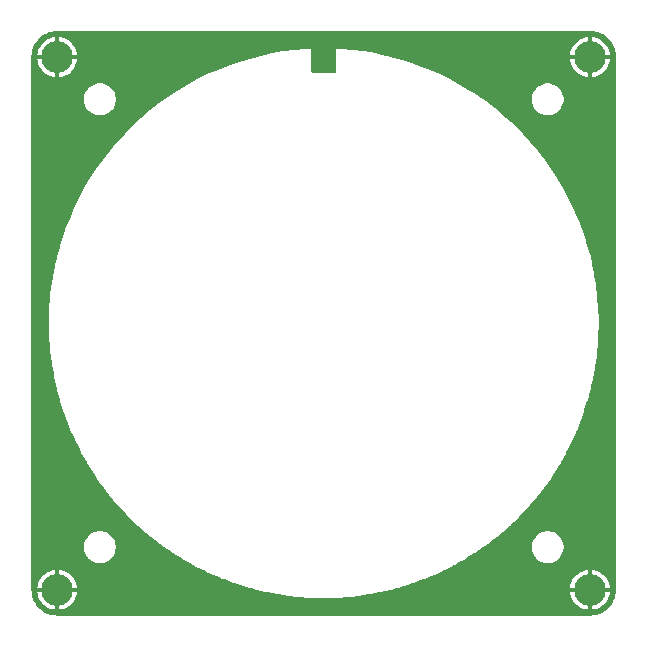
<source format=gbr>
%TF.GenerationSoftware,KiCad,Pcbnew,9.0.5-9.0.5~ubuntu24.04.1*%
%TF.CreationDate,2025-10-31T15:17:15+08:00*%
%TF.ProjectId,TPS,5450532e-6b69-4636-9164-5f7063625858,rev?*%
%TF.SameCoordinates,Original*%
%TF.FileFunction,Copper,L1,Top*%
%TF.FilePolarity,Positive*%
%FSLAX46Y46*%
G04 Gerber Fmt 4.6, Leading zero omitted, Abs format (unit mm)*
G04 Created by KiCad (PCBNEW 9.0.5-9.0.5~ubuntu24.04.1) date 2025-10-31 15:17:15*
%MOMM*%
%LPD*%
G01*
G04 APERTURE LIST*
%TA.AperFunction,ComponentPad*%
%ADD10C,2.700000*%
%TD*%
G04 APERTURE END LIST*
D10*
%TO.P,H10,1,1*%
%TO.N,GND*%
X85775000Y-57886000D03*
%TD*%
%TO.P,H9,1,1*%
%TO.N,GND*%
X40661000Y-103000000D03*
%TD*%
%TO.P,H8,1,1*%
%TO.N,GND*%
X40661000Y-57886000D03*
%TD*%
%TO.P,H11,1,1*%
%TO.N,GND*%
X85775000Y-103000000D03*
%TD*%
%TA.AperFunction,Conductor*%
%TO.N,GND*%
G36*
X85778736Y-55686726D02*
G01*
X86011068Y-55700779D01*
X86019729Y-55701611D01*
X86071126Y-55708377D01*
X86077239Y-55709339D01*
X86279220Y-55746353D01*
X86288960Y-55748547D01*
X86332404Y-55760187D01*
X86337176Y-55761569D01*
X86540605Y-55824961D01*
X86551158Y-55828782D01*
X86578927Y-55840284D01*
X86582340Y-55841757D01*
X86790319Y-55935360D01*
X86803575Y-55942318D01*
X86889020Y-55993971D01*
X87018045Y-56071970D01*
X87030356Y-56080468D01*
X87175739Y-56194368D01*
X87227636Y-56235027D01*
X87238844Y-56244957D01*
X87416042Y-56422155D01*
X87425972Y-56433363D01*
X87454257Y-56469466D01*
X87560549Y-56605138D01*
X87580527Y-56630637D01*
X87589033Y-56642960D01*
X87718680Y-56857422D01*
X87725639Y-56870681D01*
X87819229Y-57078632D01*
X87820714Y-57082071D01*
X87832216Y-57109840D01*
X87836040Y-57120401D01*
X87899421Y-57323795D01*
X87900811Y-57328594D01*
X87912451Y-57372038D01*
X87914645Y-57381778D01*
X87951655Y-57583735D01*
X87952625Y-57589902D01*
X87959385Y-57641249D01*
X87960220Y-57649946D01*
X87974274Y-57882263D01*
X87974500Y-57889751D01*
X87974500Y-102996248D01*
X87974274Y-103003736D01*
X87960220Y-103236052D01*
X87959385Y-103244749D01*
X87952625Y-103296096D01*
X87951655Y-103302263D01*
X87914645Y-103504220D01*
X87912451Y-103513960D01*
X87900811Y-103557404D01*
X87899421Y-103562203D01*
X87836040Y-103765597D01*
X87832216Y-103776158D01*
X87820714Y-103803927D01*
X87819229Y-103807366D01*
X87725639Y-104015317D01*
X87718680Y-104028576D01*
X87589033Y-104243039D01*
X87580527Y-104255362D01*
X87425972Y-104452636D01*
X87416042Y-104463844D01*
X87238844Y-104641042D01*
X87227636Y-104650972D01*
X87030362Y-104805527D01*
X87018039Y-104814033D01*
X86803576Y-104943680D01*
X86790317Y-104950639D01*
X86582366Y-105044229D01*
X86578927Y-105045714D01*
X86551158Y-105057216D01*
X86540597Y-105061040D01*
X86337203Y-105124421D01*
X86332404Y-105125811D01*
X86288960Y-105137451D01*
X86279220Y-105139645D01*
X86077263Y-105176655D01*
X86071096Y-105177625D01*
X86019749Y-105184385D01*
X86011052Y-105185220D01*
X85787202Y-105198761D01*
X85778735Y-105199274D01*
X85771249Y-105199500D01*
X40664751Y-105199500D01*
X40657264Y-105199274D01*
X40647971Y-105198711D01*
X40424946Y-105185220D01*
X40416249Y-105184385D01*
X40364902Y-105177625D01*
X40358735Y-105176655D01*
X40156778Y-105139645D01*
X40147038Y-105137451D01*
X40103594Y-105125811D01*
X40098795Y-105124421D01*
X39895401Y-105061040D01*
X39884840Y-105057216D01*
X39857071Y-105045714D01*
X39853632Y-105044229D01*
X39645681Y-104950639D01*
X39632422Y-104943680D01*
X39417960Y-104814033D01*
X39405637Y-104805527D01*
X39208363Y-104650972D01*
X39197155Y-104641042D01*
X39019957Y-104463844D01*
X39010027Y-104452636D01*
X38875456Y-104280869D01*
X38855468Y-104255356D01*
X38846970Y-104243045D01*
X38744122Y-104072914D01*
X38717318Y-104028575D01*
X38710359Y-104015316D01*
X38616757Y-103807340D01*
X38615284Y-103803927D01*
X38603782Y-103776158D01*
X38599958Y-103765597D01*
X38596189Y-103753502D01*
X38536569Y-103562176D01*
X38535187Y-103557404D01*
X38523547Y-103513960D01*
X38521353Y-103504220D01*
X38484339Y-103302239D01*
X38483377Y-103296126D01*
X38476611Y-103244729D01*
X38475779Y-103236065D01*
X38461726Y-103003736D01*
X38461500Y-102996249D01*
X38461500Y-102825000D01*
X38969370Y-102825000D01*
X39575006Y-102825000D01*
X39561000Y-102913428D01*
X39561000Y-103086572D01*
X39575006Y-103175000D01*
X38969370Y-103175000D01*
X38990085Y-103332354D01*
X38990088Y-103332367D01*
X39047763Y-103547618D01*
X39133045Y-103753502D01*
X39133054Y-103753520D01*
X39244464Y-103946491D01*
X39244466Y-103946495D01*
X39380130Y-104123293D01*
X39380138Y-104123302D01*
X39537698Y-104280862D01*
X39537706Y-104280869D01*
X39714504Y-104416533D01*
X39714508Y-104416535D01*
X39907479Y-104527945D01*
X39907497Y-104527954D01*
X40113381Y-104613236D01*
X40328632Y-104670911D01*
X40328645Y-104670914D01*
X40486000Y-104691629D01*
X40486000Y-104085994D01*
X40574428Y-104100000D01*
X40747572Y-104100000D01*
X40836000Y-104085994D01*
X40836000Y-104691628D01*
X40993354Y-104670914D01*
X40993367Y-104670911D01*
X41208618Y-104613236D01*
X41414502Y-104527954D01*
X41414520Y-104527945D01*
X41607491Y-104416535D01*
X41607495Y-104416533D01*
X41784293Y-104280869D01*
X41784302Y-104280862D01*
X41941862Y-104123302D01*
X41941869Y-104123293D01*
X42077533Y-103946495D01*
X42077535Y-103946491D01*
X42188945Y-103753520D01*
X42188954Y-103753502D01*
X42274236Y-103547618D01*
X42331911Y-103332367D01*
X42331914Y-103332354D01*
X42352630Y-103175000D01*
X41746994Y-103175000D01*
X41761000Y-103086572D01*
X41761000Y-102913428D01*
X41746994Y-102825000D01*
X42352629Y-102825000D01*
X42331914Y-102667645D01*
X42331911Y-102667632D01*
X42274236Y-102452381D01*
X42188954Y-102246497D01*
X42188945Y-102246479D01*
X42077535Y-102053508D01*
X42077533Y-102053504D01*
X41941869Y-101876706D01*
X41941862Y-101876698D01*
X41784302Y-101719138D01*
X41784293Y-101719130D01*
X41607495Y-101583466D01*
X41607491Y-101583464D01*
X41414520Y-101472054D01*
X41414502Y-101472045D01*
X41208618Y-101386763D01*
X40993367Y-101329088D01*
X40993356Y-101329086D01*
X40836000Y-101308368D01*
X40836000Y-101914005D01*
X40747572Y-101900000D01*
X40574428Y-101900000D01*
X40486000Y-101914005D01*
X40486000Y-101308368D01*
X40485999Y-101308368D01*
X40328643Y-101329086D01*
X40328632Y-101329088D01*
X40113381Y-101386763D01*
X39907497Y-101472045D01*
X39907479Y-101472054D01*
X39714508Y-101583464D01*
X39714504Y-101583466D01*
X39537706Y-101719130D01*
X39380130Y-101876706D01*
X39244466Y-102053504D01*
X39244464Y-102053508D01*
X39133054Y-102246479D01*
X39133045Y-102246497D01*
X39047763Y-102452381D01*
X38990088Y-102667632D01*
X38990085Y-102667645D01*
X38969370Y-102825000D01*
X38461500Y-102825000D01*
X38461500Y-99293713D01*
X42910500Y-99293713D01*
X42910500Y-99506286D01*
X42935871Y-99666476D01*
X42943754Y-99716243D01*
X42997329Y-99881130D01*
X43009444Y-99918414D01*
X43105951Y-100107820D01*
X43230890Y-100279786D01*
X43381213Y-100430109D01*
X43553179Y-100555048D01*
X43553181Y-100555049D01*
X43553184Y-100555051D01*
X43742588Y-100651557D01*
X43944757Y-100717246D01*
X44154713Y-100750500D01*
X44154714Y-100750500D01*
X44367286Y-100750500D01*
X44367287Y-100750500D01*
X44577243Y-100717246D01*
X44779412Y-100651557D01*
X44968816Y-100555051D01*
X45113610Y-100449853D01*
X45140786Y-100430109D01*
X45140788Y-100430106D01*
X45140792Y-100430104D01*
X45291104Y-100279792D01*
X45291106Y-100279788D01*
X45291109Y-100279786D01*
X45416048Y-100107820D01*
X45416047Y-100107820D01*
X45416051Y-100107816D01*
X45512557Y-99918412D01*
X45578246Y-99716243D01*
X45611500Y-99506287D01*
X45611500Y-99293713D01*
X45578246Y-99083757D01*
X45512557Y-98881588D01*
X45416051Y-98692184D01*
X45416049Y-98692181D01*
X45416048Y-98692179D01*
X45291109Y-98520213D01*
X45140786Y-98369890D01*
X44968820Y-98244951D01*
X44779414Y-98148444D01*
X44779413Y-98148443D01*
X44779412Y-98148443D01*
X44577243Y-98082754D01*
X44577241Y-98082753D01*
X44577240Y-98082753D01*
X44415957Y-98057208D01*
X44367287Y-98049500D01*
X44154713Y-98049500D01*
X44106042Y-98057208D01*
X43944760Y-98082753D01*
X43742585Y-98148444D01*
X43553179Y-98244951D01*
X43381213Y-98369890D01*
X43230890Y-98520213D01*
X43105951Y-98692179D01*
X43009444Y-98881585D01*
X42943753Y-99083760D01*
X42910500Y-99293713D01*
X38461500Y-99293713D01*
X38461500Y-80242948D01*
X39951635Y-80242948D01*
X39952479Y-80312280D01*
X39952488Y-80313549D01*
X39953753Y-80968268D01*
X39963024Y-81182655D01*
X39963108Y-81184603D01*
X39963416Y-81209860D01*
X39967413Y-81284169D01*
X39967445Y-81284893D01*
X39995255Y-81928008D01*
X40013718Y-82145988D01*
X40013980Y-82149782D01*
X40015362Y-82175448D01*
X40022768Y-82252928D01*
X40022888Y-82254260D01*
X40076338Y-82885254D01*
X40104298Y-83106359D01*
X40104538Y-83108256D01*
X40107386Y-83138048D01*
X40118620Y-83219614D01*
X40118706Y-83220291D01*
X40196861Y-83838333D01*
X40234614Y-84062189D01*
X40235175Y-84065850D01*
X40237488Y-84082639D01*
X40239328Y-84096002D01*
X40251305Y-84162409D01*
X40254429Y-84179727D01*
X40254664Y-84181075D01*
X40356616Y-84785609D01*
X40404444Y-85011821D01*
X40404830Y-85013647D01*
X40410958Y-85047624D01*
X40430340Y-85134300D01*
X40430480Y-85134961D01*
X40430480Y-85134962D01*
X40555337Y-85725501D01*
X40613486Y-85953569D01*
X40614341Y-85957142D01*
X40621979Y-85991299D01*
X40645493Y-86079140D01*
X40645866Y-86080568D01*
X40792683Y-86656393D01*
X40861396Y-86885877D01*
X40861397Y-86885877D01*
X40861922Y-86887630D01*
X40872033Y-86925401D01*
X40900167Y-87015356D01*
X40900385Y-87016083D01*
X41068241Y-87576672D01*
X41147749Y-87807130D01*
X41148875Y-87810553D01*
X41160683Y-87848305D01*
X41193032Y-87938409D01*
X41193545Y-87939866D01*
X41381555Y-88484813D01*
X41472039Y-88715698D01*
X41472701Y-88717387D01*
X41487429Y-88758410D01*
X41524536Y-88849654D01*
X41524835Y-88850417D01*
X41524851Y-88850458D01*
X41732080Y-89379237D01*
X41833736Y-89610095D01*
X41835115Y-89613351D01*
X41851716Y-89654171D01*
X41893016Y-89744748D01*
X41893676Y-89746220D01*
X42119225Y-90258437D01*
X42232229Y-90488789D01*
X42233002Y-90490365D01*
X42252896Y-90533994D01*
X42298960Y-90624819D01*
X42299339Y-90625590D01*
X42299353Y-90625619D01*
X42542331Y-91120912D01*
X42666787Y-91350163D01*
X42668399Y-91353234D01*
X42690291Y-91396397D01*
X42740399Y-91485783D01*
X42741211Y-91487256D01*
X43000664Y-91965170D01*
X43000670Y-91965181D01*
X43137536Y-92194210D01*
X43137573Y-92194271D01*
X43163146Y-92239889D01*
X43218027Y-92328902D01*
X43218457Y-92329621D01*
X43493466Y-92789815D01*
X43641150Y-93015263D01*
X43642973Y-93018131D01*
X43663827Y-93051953D01*
X43670639Y-93063001D01*
X43729294Y-93149839D01*
X43730230Y-93151246D01*
X44019883Y-93593414D01*
X44179278Y-93816111D01*
X44180281Y-93817512D01*
X44211895Y-93864316D01*
X44275052Y-93949921D01*
X44275553Y-93950621D01*
X44275601Y-93950687D01*
X44435873Y-94174608D01*
X44579012Y-94374591D01*
X44750198Y-94594024D01*
X44752200Y-94596663D01*
X44785979Y-94642448D01*
X44852597Y-94725304D01*
X44853656Y-94726641D01*
X45025704Y-94947179D01*
X45169908Y-95132026D01*
X45352864Y-95347575D01*
X45353921Y-95348821D01*
X45391899Y-95396055D01*
X45462870Y-95477178D01*
X45463057Y-95477398D01*
X45463445Y-95477855D01*
X45791569Y-95864433D01*
X45986241Y-96075472D01*
X45988423Y-96077901D01*
X46028610Y-96123837D01*
X46102573Y-96201607D01*
X46103864Y-96202985D01*
X46442917Y-96570544D01*
X46649300Y-96776529D01*
X46650429Y-96777656D01*
X46695009Y-96824530D01*
X46773038Y-96900029D01*
X46773686Y-96900675D01*
X46773687Y-96900677D01*
X47122865Y-97249181D01*
X47122872Y-97249187D01*
X47340892Y-97449520D01*
X47343177Y-97451676D01*
X47389948Y-97496930D01*
X47470445Y-97568585D01*
X47471896Y-97569898D01*
X47475749Y-97573438D01*
X47830249Y-97899180D01*
X48059769Y-98093233D01*
X48060981Y-98094258D01*
X48112226Y-98139874D01*
X48196418Y-98208767D01*
X48197161Y-98209395D01*
X48563851Y-98519422D01*
X48804851Y-98706685D01*
X48807157Y-98708524D01*
X48860596Y-98752252D01*
X48946866Y-98817052D01*
X48948256Y-98818115D01*
X49322428Y-99108856D01*
X49575877Y-99289524D01*
X49633764Y-99333005D01*
X49723262Y-99394584D01*
X50104688Y-99666479D01*
X50367952Y-99838211D01*
X50370471Y-99839899D01*
X50430384Y-99881123D01*
X50430393Y-99881128D01*
X50430395Y-99881130D01*
X50521320Y-99938275D01*
X50522980Y-99939338D01*
X50909297Y-100191340D01*
X51015549Y-100254557D01*
X51184695Y-100355195D01*
X51249113Y-100395681D01*
X51342835Y-100449285D01*
X51343754Y-100449832D01*
X51343790Y-100449853D01*
X51520596Y-100555048D01*
X51734882Y-100682543D01*
X52019642Y-100836423D01*
X52022058Y-100837766D01*
X52088504Y-100875770D01*
X52183129Y-100924789D01*
X52184913Y-100925732D01*
X52580025Y-101139245D01*
X52580042Y-101139254D01*
X52875023Y-101283257D01*
X52876346Y-101283903D01*
X52947119Y-101320566D01*
X53044162Y-101365827D01*
X53443324Y-101560689D01*
X53748404Y-101694324D01*
X53750939Y-101695470D01*
X53823474Y-101729301D01*
X53920776Y-101769850D01*
X53922659Y-101770655D01*
X54323269Y-101946136D01*
X54639339Y-102069300D01*
X54716055Y-102101271D01*
X54815305Y-102137870D01*
X55218373Y-102294935D01*
X55542480Y-102406054D01*
X55545077Y-102406977D01*
X55623322Y-102435831D01*
X55722352Y-102467741D01*
X55724210Y-102468359D01*
X56127111Y-102606492D01*
X56461501Y-102705915D01*
X56543706Y-102732404D01*
X56644040Y-102760188D01*
X57047934Y-102880277D01*
X57389529Y-102966669D01*
X57392107Y-102967352D01*
X57475618Y-102990479D01*
X57475622Y-102990480D01*
X57475626Y-102990481D01*
X57500418Y-102996249D01*
X57575078Y-103013619D01*
X57577307Y-103014160D01*
X57979273Y-103115821D01*
X57979289Y-103115825D01*
X58182605Y-103158401D01*
X58330275Y-103189325D01*
X58417449Y-103209608D01*
X58517927Y-103228622D01*
X58814191Y-103290663D01*
X58840274Y-103296126D01*
X58919539Y-103312725D01*
X59276875Y-103372279D01*
X59279361Y-103372721D01*
X59367571Y-103389415D01*
X59466761Y-103403946D01*
X59468868Y-103404276D01*
X59867132Y-103470652D01*
X60232869Y-103516184D01*
X60324344Y-103529587D01*
X60423953Y-103539973D01*
X60820435Y-103589334D01*
X61191487Y-103620042D01*
X61193999Y-103620277D01*
X61248390Y-103625949D01*
X61286120Y-103629885D01*
X61319491Y-103631967D01*
X61383854Y-103635985D01*
X61386085Y-103636147D01*
X61737267Y-103665211D01*
X61777823Y-103668568D01*
X61815387Y-103670119D01*
X62156198Y-103684198D01*
X62251222Y-103690131D01*
X62349022Y-103692163D01*
X62679139Y-103705800D01*
X62737662Y-103708218D01*
X63120160Y-103708218D01*
X63122736Y-103708244D01*
X63218000Y-103710225D01*
X63313263Y-103708244D01*
X63315840Y-103708218D01*
X63698338Y-103708218D01*
X63754438Y-103705900D01*
X64086996Y-103692162D01*
X64184778Y-103690131D01*
X64279810Y-103684197D01*
X64640285Y-103669307D01*
X64658176Y-103668568D01*
X64677455Y-103666972D01*
X65049928Y-103636146D01*
X65052131Y-103635986D01*
X65120448Y-103631721D01*
X65149879Y-103629885D01*
X65176967Y-103627059D01*
X65242017Y-103620276D01*
X65244496Y-103620043D01*
X65615565Y-103589334D01*
X66012039Y-103539974D01*
X66111656Y-103529587D01*
X66203151Y-103516182D01*
X66568868Y-103470652D01*
X66967161Y-103404271D01*
X66969207Y-103403951D01*
X67068429Y-103389415D01*
X67156632Y-103372722D01*
X67159129Y-103372278D01*
X67516461Y-103312725D01*
X67918080Y-103228620D01*
X68018551Y-103209608D01*
X68105722Y-103189325D01*
X68374187Y-103133106D01*
X68456710Y-103115825D01*
X68456720Y-103115822D01*
X68456727Y-103115821D01*
X68858762Y-103014142D01*
X68860761Y-103013656D01*
X68960382Y-102990479D01*
X69043936Y-102967340D01*
X69046426Y-102966680D01*
X69388066Y-102880277D01*
X69573978Y-102825000D01*
X84083370Y-102825000D01*
X84689006Y-102825000D01*
X84675000Y-102913428D01*
X84675000Y-103086572D01*
X84689006Y-103175000D01*
X84083370Y-103175000D01*
X84104085Y-103332354D01*
X84104088Y-103332367D01*
X84161763Y-103547618D01*
X84247045Y-103753502D01*
X84247054Y-103753520D01*
X84358464Y-103946491D01*
X84358466Y-103946495D01*
X84494130Y-104123293D01*
X84494138Y-104123302D01*
X84651698Y-104280862D01*
X84651706Y-104280869D01*
X84828504Y-104416533D01*
X84828508Y-104416535D01*
X85021479Y-104527945D01*
X85021497Y-104527954D01*
X85227381Y-104613236D01*
X85442632Y-104670911D01*
X85442645Y-104670914D01*
X85600000Y-104691629D01*
X85600000Y-104085994D01*
X85688428Y-104100000D01*
X85861572Y-104100000D01*
X85950000Y-104085994D01*
X85950000Y-104691628D01*
X86107354Y-104670914D01*
X86107367Y-104670911D01*
X86322618Y-104613236D01*
X86528502Y-104527954D01*
X86528520Y-104527945D01*
X86721491Y-104416535D01*
X86721495Y-104416533D01*
X86898293Y-104280869D01*
X86898302Y-104280862D01*
X87055862Y-104123302D01*
X87055869Y-104123293D01*
X87191533Y-103946495D01*
X87191535Y-103946491D01*
X87302945Y-103753520D01*
X87302954Y-103753502D01*
X87388236Y-103547618D01*
X87445911Y-103332367D01*
X87445914Y-103332354D01*
X87466630Y-103175000D01*
X86860994Y-103175000D01*
X86875000Y-103086572D01*
X86875000Y-102913428D01*
X86860994Y-102825000D01*
X87466629Y-102825000D01*
X87445914Y-102667645D01*
X87445911Y-102667632D01*
X87388236Y-102452381D01*
X87302954Y-102246497D01*
X87302945Y-102246479D01*
X87191535Y-102053508D01*
X87191533Y-102053504D01*
X87055869Y-101876706D01*
X87055862Y-101876698D01*
X86898302Y-101719138D01*
X86898293Y-101719130D01*
X86721495Y-101583466D01*
X86721491Y-101583464D01*
X86528520Y-101472054D01*
X86528502Y-101472045D01*
X86322618Y-101386763D01*
X86107367Y-101329088D01*
X86107356Y-101329086D01*
X85950000Y-101308368D01*
X85950000Y-101914005D01*
X85861572Y-101900000D01*
X85688428Y-101900000D01*
X85600000Y-101914005D01*
X85600000Y-101308368D01*
X85599999Y-101308368D01*
X85442643Y-101329086D01*
X85442632Y-101329088D01*
X85227381Y-101386763D01*
X85021497Y-101472045D01*
X85021479Y-101472054D01*
X84828508Y-101583464D01*
X84828504Y-101583466D01*
X84651706Y-101719130D01*
X84494130Y-101876706D01*
X84358466Y-102053504D01*
X84358464Y-102053508D01*
X84247054Y-102246479D01*
X84247045Y-102246497D01*
X84161763Y-102452381D01*
X84104088Y-102667632D01*
X84104085Y-102667645D01*
X84083370Y-102825000D01*
X69573978Y-102825000D01*
X69790896Y-102760504D01*
X69792891Y-102759931D01*
X69892294Y-102732404D01*
X69973196Y-102706334D01*
X69975764Y-102705538D01*
X70308889Y-102606492D01*
X70712744Y-102468031D01*
X70812678Y-102435831D01*
X70892182Y-102406512D01*
X71217627Y-102294935D01*
X71619739Y-102138241D01*
X71621658Y-102137514D01*
X71719945Y-102101271D01*
X71795449Y-102069805D01*
X71797911Y-102068812D01*
X72112731Y-101946136D01*
X72514304Y-101770232D01*
X72612526Y-101729301D01*
X72686281Y-101694900D01*
X72992676Y-101560689D01*
X73390938Y-101366265D01*
X73392714Y-101365418D01*
X73488881Y-101320566D01*
X73558408Y-101284547D01*
X73560933Y-101283278D01*
X73855962Y-101139252D01*
X73855965Y-101139250D01*
X73855976Y-101139245D01*
X73989165Y-101067270D01*
X74251991Y-100925244D01*
X74347496Y-100875770D01*
X74415127Y-100837087D01*
X74701118Y-100682543D01*
X75092332Y-100449779D01*
X75093910Y-100448858D01*
X75186887Y-100395681D01*
X75250125Y-100355936D01*
X75252504Y-100354481D01*
X75526704Y-100191339D01*
X75913884Y-99938774D01*
X76005605Y-99881130D01*
X76066770Y-99839044D01*
X76331312Y-99666479D01*
X76712113Y-99395029D01*
X76713431Y-99394107D01*
X76802236Y-99333005D01*
X76854545Y-99293713D01*
X80824500Y-99293713D01*
X80824500Y-99506286D01*
X80849871Y-99666476D01*
X80857754Y-99716243D01*
X80911329Y-99881130D01*
X80923444Y-99918414D01*
X81019951Y-100107820D01*
X81144890Y-100279786D01*
X81295213Y-100430109D01*
X81467179Y-100555048D01*
X81467181Y-100555049D01*
X81467184Y-100555051D01*
X81656588Y-100651557D01*
X81858757Y-100717246D01*
X82068713Y-100750500D01*
X82068714Y-100750500D01*
X82281286Y-100750500D01*
X82281287Y-100750500D01*
X82491243Y-100717246D01*
X82693412Y-100651557D01*
X82882816Y-100555051D01*
X83027610Y-100449853D01*
X83054786Y-100430109D01*
X83054788Y-100430106D01*
X83054792Y-100430104D01*
X83205104Y-100279792D01*
X83205106Y-100279788D01*
X83205109Y-100279786D01*
X83330048Y-100107820D01*
X83330047Y-100107820D01*
X83330051Y-100107816D01*
X83426557Y-99918412D01*
X83492246Y-99716243D01*
X83525500Y-99506287D01*
X83525500Y-99293713D01*
X83492246Y-99083757D01*
X83426557Y-98881588D01*
X83330051Y-98692184D01*
X83330049Y-98692181D01*
X83330048Y-98692179D01*
X83205109Y-98520213D01*
X83054786Y-98369890D01*
X82882820Y-98244951D01*
X82693414Y-98148444D01*
X82693413Y-98148443D01*
X82693412Y-98148443D01*
X82491243Y-98082754D01*
X82491241Y-98082753D01*
X82491240Y-98082753D01*
X82329957Y-98057208D01*
X82281287Y-98049500D01*
X82068713Y-98049500D01*
X82020042Y-98057208D01*
X81858760Y-98082753D01*
X81656585Y-98148444D01*
X81467179Y-98244951D01*
X81295213Y-98369890D01*
X81144890Y-98520213D01*
X81019951Y-98692179D01*
X80923444Y-98881585D01*
X80857753Y-99083760D01*
X80824500Y-99293713D01*
X76854545Y-99293713D01*
X76858957Y-99290399D01*
X76861368Y-99288635D01*
X77113572Y-99108856D01*
X77487849Y-98818032D01*
X77489084Y-98817089D01*
X77575404Y-98752252D01*
X77628901Y-98708476D01*
X77631077Y-98706740D01*
X77872149Y-98519422D01*
X78239623Y-98208731D01*
X78323774Y-98139874D01*
X78375001Y-98094273D01*
X78605751Y-97899180D01*
X78964234Y-97569777D01*
X78965412Y-97568712D01*
X79046052Y-97496930D01*
X79092893Y-97451607D01*
X79095068Y-97449556D01*
X79313128Y-97249187D01*
X79662989Y-96900000D01*
X79740991Y-96824530D01*
X79785537Y-96777688D01*
X79993075Y-96570552D01*
X80332288Y-96202819D01*
X80333342Y-96201694D01*
X80407391Y-96123835D01*
X80447651Y-96077816D01*
X80449687Y-96075550D01*
X80644432Y-95864432D01*
X80973178Y-95477120D01*
X81044101Y-95396055D01*
X81082078Y-95348821D01*
X81266090Y-95132028D01*
X81582456Y-94726496D01*
X81583324Y-94725400D01*
X81650021Y-94642448D01*
X81683862Y-94596578D01*
X81685749Y-94594092D01*
X81856988Y-94374591D01*
X82160937Y-93949933D01*
X82224105Y-93864316D01*
X82255722Y-93817506D01*
X82416120Y-93593410D01*
X82705982Y-93150921D01*
X82706570Y-93150038D01*
X82765361Y-93063001D01*
X82793060Y-93018075D01*
X82794794Y-93015346D01*
X82942533Y-92789817D01*
X83217998Y-92328858D01*
X83272854Y-92239889D01*
X83298427Y-92194271D01*
X83435330Y-91965181D01*
X83694832Y-91487172D01*
X83695547Y-91485876D01*
X83745707Y-91396401D01*
X83767660Y-91353114D01*
X83769143Y-91350290D01*
X83893671Y-91120908D01*
X84137012Y-90624870D01*
X84183104Y-90533994D01*
X84202997Y-90490365D01*
X84316774Y-90258438D01*
X84542397Y-89746051D01*
X84542917Y-89744891D01*
X84584290Y-89654157D01*
X84600905Y-89613300D01*
X84602227Y-89610178D01*
X84703919Y-89379238D01*
X84911451Y-88849682D01*
X84948571Y-88758410D01*
X84963301Y-88717380D01*
X85054446Y-88484809D01*
X85242548Y-87939593D01*
X85242887Y-87938632D01*
X85275318Y-87848301D01*
X85287135Y-87810516D01*
X85288222Y-87807207D01*
X85367758Y-87576675D01*
X85535869Y-87015232D01*
X85563967Y-86925401D01*
X85574073Y-86887643D01*
X85643320Y-86656382D01*
X85790197Y-86080312D01*
X85790443Y-86079372D01*
X85814019Y-85991304D01*
X85821670Y-85957089D01*
X85822488Y-85953664D01*
X85880663Y-85725500D01*
X86005682Y-85134191D01*
X86025042Y-85047624D01*
X86031170Y-85013642D01*
X86079382Y-84785616D01*
X86181383Y-84180793D01*
X86181530Y-84179948D01*
X86196673Y-84095991D01*
X86200831Y-84065800D01*
X86201369Y-84062287D01*
X86239139Y-83838330D01*
X86317389Y-83219531D01*
X86328614Y-83138048D01*
X86331461Y-83108256D01*
X86359661Y-82885258D01*
X86413120Y-82254126D01*
X86413210Y-82253131D01*
X86420637Y-82175450D01*
X86420638Y-82175443D01*
X86421234Y-82164338D01*
X86422019Y-82149749D01*
X86422280Y-82145989D01*
X86440743Y-81928028D01*
X86446064Y-81804969D01*
X86468586Y-81284149D01*
X86472584Y-81209860D01*
X86472891Y-81184603D01*
X86482247Y-80968257D01*
X86483511Y-80313302D01*
X86483517Y-80312521D01*
X86484365Y-80242946D01*
X86483746Y-80221905D01*
X86483695Y-80218208D01*
X86484102Y-80007596D01*
X86457865Y-79341286D01*
X86455959Y-79276377D01*
X86454504Y-79255918D01*
X86446305Y-79047678D01*
X86391676Y-78371710D01*
X86391595Y-78370636D01*
X86387416Y-78311823D01*
X86385602Y-78295765D01*
X86385222Y-78291844D01*
X86368920Y-78090130D01*
X86368919Y-78090124D01*
X86284873Y-77404228D01*
X86278854Y-77350950D01*
X86276440Y-77335407D01*
X86252080Y-77136606D01*
X86137742Y-76442293D01*
X86137655Y-76441752D01*
X86130460Y-76395417D01*
X86128255Y-76384291D01*
X86127549Y-76380398D01*
X86095983Y-76188711D01*
X85950255Y-75486061D01*
X85942491Y-75446876D01*
X85939940Y-75436330D01*
X85900895Y-75248065D01*
X85722922Y-74538601D01*
X85722801Y-74538112D01*
X85715272Y-74506964D01*
X85713505Y-74500789D01*
X85712473Y-74496948D01*
X85667150Y-74316274D01*
X85455709Y-73600074D01*
X85449194Y-73577306D01*
X85447322Y-73571663D01*
X85446741Y-73569695D01*
X85395143Y-73394923D01*
X85149399Y-72673610D01*
X85149142Y-72672843D01*
X85144720Y-72659513D01*
X85144718Y-72659506D01*
X85144210Y-72658165D01*
X85142807Y-72654260D01*
X85085350Y-72485607D01*
X84804046Y-71759571D01*
X84804046Y-71759570D01*
X84803897Y-71759186D01*
X84802369Y-71755149D01*
X84801980Y-71754239D01*
X84801227Y-71752294D01*
X84801210Y-71752252D01*
X84738272Y-71589810D01*
X84354526Y-70709122D01*
X83934756Y-69845024D01*
X83934753Y-69845019D01*
X83934748Y-69845008D01*
X83479690Y-68999003D01*
X83235181Y-68586236D01*
X82990071Y-68172454D01*
X82466766Y-67366834D01*
X81910655Y-66583500D01*
X81322686Y-65823785D01*
X81013823Y-65457038D01*
X80703862Y-65088986D01*
X80055244Y-64380364D01*
X80055237Y-64380356D01*
X79377916Y-63699100D01*
X78673055Y-63046380D01*
X77941853Y-62423310D01*
X77407028Y-62004414D01*
X77185552Y-61830945D01*
X76691016Y-61475534D01*
X76557686Y-61379713D01*
X80824500Y-61379713D01*
X80824500Y-61592286D01*
X80857753Y-61802239D01*
X80923444Y-62004414D01*
X81019951Y-62193820D01*
X81144890Y-62365786D01*
X81295213Y-62516109D01*
X81467179Y-62641048D01*
X81467181Y-62641049D01*
X81467184Y-62641051D01*
X81656588Y-62737557D01*
X81858757Y-62803246D01*
X82068713Y-62836500D01*
X82068714Y-62836500D01*
X82281286Y-62836500D01*
X82281287Y-62836500D01*
X82491243Y-62803246D01*
X82693412Y-62737557D01*
X82882816Y-62641051D01*
X82904789Y-62625086D01*
X83054786Y-62516109D01*
X83054788Y-62516106D01*
X83054792Y-62516104D01*
X83205104Y-62365792D01*
X83205106Y-62365788D01*
X83205109Y-62365786D01*
X83330048Y-62193820D01*
X83330047Y-62193820D01*
X83330051Y-62193816D01*
X83426557Y-62004412D01*
X83492246Y-61802243D01*
X83525500Y-61592287D01*
X83525500Y-61379713D01*
X83492246Y-61169757D01*
X83426557Y-60967588D01*
X83330051Y-60778184D01*
X83330049Y-60778181D01*
X83330048Y-60778179D01*
X83205109Y-60606213D01*
X83054786Y-60455890D01*
X82882820Y-60330951D01*
X82693414Y-60234444D01*
X82693413Y-60234443D01*
X82693412Y-60234443D01*
X82491243Y-60168754D01*
X82491241Y-60168753D01*
X82491240Y-60168753D01*
X82329957Y-60143208D01*
X82281287Y-60135500D01*
X82068713Y-60135500D01*
X82020042Y-60143208D01*
X81858760Y-60168753D01*
X81656585Y-60234444D01*
X81467179Y-60330951D01*
X81295213Y-60455890D01*
X81144890Y-60606213D01*
X81019951Y-60778179D01*
X80923444Y-60967585D01*
X80857753Y-61169760D01*
X80824500Y-61379713D01*
X76557686Y-61379713D01*
X76405458Y-61270310D01*
X75945281Y-60967588D01*
X75602891Y-60742350D01*
X74779201Y-60247958D01*
X73935817Y-59787989D01*
X73074161Y-59363217D01*
X72195712Y-58974376D01*
X71301956Y-58622121D01*
X70394437Y-58307059D01*
X69841075Y-58140202D01*
X69474693Y-58029725D01*
X69474690Y-58029724D01*
X69474676Y-58029720D01*
X68544254Y-57790580D01*
X68544244Y-57790578D01*
X68544233Y-57790575D01*
X68171425Y-57711000D01*
X84083370Y-57711000D01*
X84689006Y-57711000D01*
X84675000Y-57799428D01*
X84675000Y-57972572D01*
X84689006Y-58061000D01*
X84083370Y-58061000D01*
X84104085Y-58218354D01*
X84104088Y-58218367D01*
X84161763Y-58433618D01*
X84247045Y-58639502D01*
X84247054Y-58639520D01*
X84358464Y-58832491D01*
X84358466Y-58832495D01*
X84494130Y-59009293D01*
X84494138Y-59009302D01*
X84651698Y-59166862D01*
X84651706Y-59166869D01*
X84828504Y-59302533D01*
X84828508Y-59302535D01*
X85021479Y-59413945D01*
X85021497Y-59413954D01*
X85227381Y-59499236D01*
X85442632Y-59556911D01*
X85442645Y-59556914D01*
X85600000Y-59577629D01*
X85600000Y-58971994D01*
X85688428Y-58986000D01*
X85861572Y-58986000D01*
X85950000Y-58971994D01*
X85950000Y-59577628D01*
X86107354Y-59556914D01*
X86107367Y-59556911D01*
X86322618Y-59499236D01*
X86528502Y-59413954D01*
X86528520Y-59413945D01*
X86721491Y-59302535D01*
X86721495Y-59302533D01*
X86898293Y-59166869D01*
X86898302Y-59166862D01*
X87055862Y-59009302D01*
X87055869Y-59009293D01*
X87191533Y-58832495D01*
X87191535Y-58832491D01*
X87302945Y-58639520D01*
X87302954Y-58639502D01*
X87388236Y-58433618D01*
X87445911Y-58218367D01*
X87445914Y-58218354D01*
X87466630Y-58061000D01*
X86860994Y-58061000D01*
X86875000Y-57972572D01*
X86875000Y-57799428D01*
X86860994Y-57711000D01*
X87466629Y-57711000D01*
X87445914Y-57553645D01*
X87445911Y-57553632D01*
X87388236Y-57338381D01*
X87302954Y-57132497D01*
X87302945Y-57132479D01*
X87191535Y-56939508D01*
X87191533Y-56939504D01*
X87055869Y-56762706D01*
X87055862Y-56762698D01*
X86898302Y-56605138D01*
X86898293Y-56605130D01*
X86721495Y-56469466D01*
X86721491Y-56469464D01*
X86528520Y-56358054D01*
X86528502Y-56358045D01*
X86322618Y-56272763D01*
X86107367Y-56215088D01*
X86107356Y-56215086D01*
X85950000Y-56194368D01*
X85950000Y-56800005D01*
X85861572Y-56786000D01*
X85688428Y-56786000D01*
X85600000Y-56800005D01*
X85600000Y-56194368D01*
X85599999Y-56194368D01*
X85442643Y-56215086D01*
X85442632Y-56215088D01*
X85227381Y-56272763D01*
X85021497Y-56358045D01*
X85021479Y-56358054D01*
X84828508Y-56469464D01*
X84828504Y-56469466D01*
X84651706Y-56605130D01*
X84494130Y-56762706D01*
X84358466Y-56939504D01*
X84358464Y-56939508D01*
X84247054Y-57132479D01*
X84247045Y-57132497D01*
X84161763Y-57338381D01*
X84104088Y-57553632D01*
X84104085Y-57553645D01*
X84083370Y-57711000D01*
X68171425Y-57711000D01*
X67604756Y-57590046D01*
X66657786Y-57428461D01*
X65704938Y-57306097D01*
X64747873Y-57223168D01*
X64289976Y-57202491D01*
X64289971Y-57202491D01*
X64268214Y-57201507D01*
X64268207Y-57201500D01*
X64268056Y-57201500D01*
X64267525Y-57201476D01*
X64267524Y-57201478D01*
X64267523Y-57201478D01*
X64267509Y-57201783D01*
X64267500Y-57201793D01*
X64267500Y-57201988D01*
X64267478Y-57202477D01*
X64267479Y-57202477D01*
X64267375Y-57204742D01*
X64267375Y-57204766D01*
X64265959Y-57236229D01*
X64267500Y-57252236D01*
X64267500Y-59118500D01*
X64247815Y-59185539D01*
X64195011Y-59231294D01*
X64143500Y-59242500D01*
X62292500Y-59242500D01*
X62225461Y-59222815D01*
X62179706Y-59170011D01*
X62168500Y-59118500D01*
X62168500Y-57202477D01*
X62168522Y-57202477D01*
X62168500Y-57201988D01*
X62168500Y-57201793D01*
X62168500Y-57201498D01*
X62168474Y-57201475D01*
X62167922Y-57201500D01*
X62167793Y-57201500D01*
X62167786Y-57201506D01*
X62147704Y-57202415D01*
X62147702Y-57202414D01*
X62147696Y-57202416D01*
X61688125Y-57223168D01*
X60731061Y-57306097D01*
X59778213Y-57428461D01*
X58831243Y-57590046D01*
X57891766Y-57790575D01*
X57891749Y-57790579D01*
X57891746Y-57790580D01*
X56961324Y-58029720D01*
X56961315Y-58029722D01*
X56961306Y-58029725D01*
X56041562Y-58307059D01*
X55134043Y-58622121D01*
X54240287Y-58974376D01*
X53361838Y-59363217D01*
X52500182Y-59787989D01*
X51656798Y-60247958D01*
X50833108Y-60742350D01*
X50030546Y-61270307D01*
X49250447Y-61830945D01*
X48494146Y-62423310D01*
X47762955Y-63046371D01*
X47058078Y-63699105D01*
X46380755Y-64380364D01*
X45732137Y-65088986D01*
X45113321Y-65823776D01*
X44525347Y-66583497D01*
X43969234Y-67366833D01*
X43445929Y-68172454D01*
X42956309Y-68999003D01*
X42501251Y-69845008D01*
X42081470Y-70709130D01*
X41697726Y-71589813D01*
X41634768Y-71752303D01*
X41634000Y-71754283D01*
X41633631Y-71755149D01*
X41632198Y-71758932D01*
X41631985Y-71759484D01*
X41631939Y-71759606D01*
X41350655Y-72485593D01*
X41293179Y-72654297D01*
X41291780Y-72658189D01*
X41291279Y-72659513D01*
X41286853Y-72672852D01*
X41286538Y-72673789D01*
X41040855Y-73394923D01*
X40989260Y-73569682D01*
X40989261Y-73569683D01*
X40988663Y-73571707D01*
X40986806Y-73577306D01*
X40980336Y-73599910D01*
X40980144Y-73600562D01*
X40980126Y-73600627D01*
X40768846Y-74316289D01*
X40723549Y-74496857D01*
X40722494Y-74500789D01*
X40720726Y-74506969D01*
X40713238Y-74537941D01*
X40712984Y-74538972D01*
X40535107Y-75248056D01*
X40496476Y-75434316D01*
X40496057Y-75436334D01*
X40493509Y-75446876D01*
X40485743Y-75486061D01*
X40485608Y-75486716D01*
X40340018Y-76188700D01*
X40308453Y-76380375D01*
X40307739Y-76384311D01*
X40305542Y-76395401D01*
X40298387Y-76441472D01*
X40298208Y-76442588D01*
X40183919Y-77136610D01*
X40159805Y-77333401D01*
X40159805Y-77333402D01*
X40159557Y-77335423D01*
X40157146Y-77350950D01*
X40151143Y-77404077D01*
X40151041Y-77404914D01*
X40067079Y-78090124D01*
X40050777Y-78291840D01*
X40050397Y-78295765D01*
X40048583Y-78311823D01*
X40044403Y-78370636D01*
X40044312Y-78371832D01*
X39989695Y-79047674D01*
X39981572Y-79253950D01*
X39981356Y-79257856D01*
X39980040Y-79276379D01*
X39978150Y-79340687D01*
X39978108Y-79341923D01*
X39951897Y-80007590D01*
X39952304Y-80218091D01*
X39952251Y-80221967D01*
X39951635Y-80242948D01*
X38461500Y-80242948D01*
X38461500Y-61379713D01*
X42910500Y-61379713D01*
X42910500Y-61592286D01*
X42943753Y-61802239D01*
X43009444Y-62004414D01*
X43105951Y-62193820D01*
X43230890Y-62365786D01*
X43381213Y-62516109D01*
X43553179Y-62641048D01*
X43553181Y-62641049D01*
X43553184Y-62641051D01*
X43742588Y-62737557D01*
X43944757Y-62803246D01*
X44154713Y-62836500D01*
X44154714Y-62836500D01*
X44367286Y-62836500D01*
X44367287Y-62836500D01*
X44577243Y-62803246D01*
X44779412Y-62737557D01*
X44968816Y-62641051D01*
X44990789Y-62625086D01*
X45140786Y-62516109D01*
X45140788Y-62516106D01*
X45140792Y-62516104D01*
X45291104Y-62365792D01*
X45291106Y-62365788D01*
X45291109Y-62365786D01*
X45416048Y-62193820D01*
X45416047Y-62193820D01*
X45416051Y-62193816D01*
X45512557Y-62004412D01*
X45578246Y-61802243D01*
X45611500Y-61592287D01*
X45611500Y-61379713D01*
X45578246Y-61169757D01*
X45512557Y-60967588D01*
X45416051Y-60778184D01*
X45416049Y-60778181D01*
X45416048Y-60778179D01*
X45291109Y-60606213D01*
X45140786Y-60455890D01*
X44968820Y-60330951D01*
X44779414Y-60234444D01*
X44779413Y-60234443D01*
X44779412Y-60234443D01*
X44577243Y-60168754D01*
X44577241Y-60168753D01*
X44577240Y-60168753D01*
X44415957Y-60143208D01*
X44367287Y-60135500D01*
X44154713Y-60135500D01*
X44106042Y-60143208D01*
X43944760Y-60168753D01*
X43742585Y-60234444D01*
X43553179Y-60330951D01*
X43381213Y-60455890D01*
X43230890Y-60606213D01*
X43105951Y-60778179D01*
X43009444Y-60967585D01*
X42943753Y-61169760D01*
X42910500Y-61379713D01*
X38461500Y-61379713D01*
X38461500Y-57889750D01*
X38461726Y-57882263D01*
X38467272Y-57790575D01*
X38472085Y-57711000D01*
X38969370Y-57711000D01*
X39575006Y-57711000D01*
X39561000Y-57799428D01*
X39561000Y-57972572D01*
X39575006Y-58061000D01*
X38969370Y-58061000D01*
X38990085Y-58218354D01*
X38990088Y-58218367D01*
X39047763Y-58433618D01*
X39133045Y-58639502D01*
X39133054Y-58639520D01*
X39244464Y-58832491D01*
X39244466Y-58832495D01*
X39380130Y-59009293D01*
X39380138Y-59009302D01*
X39537698Y-59166862D01*
X39537706Y-59166869D01*
X39714504Y-59302533D01*
X39714508Y-59302535D01*
X39907479Y-59413945D01*
X39907497Y-59413954D01*
X40113381Y-59499236D01*
X40328632Y-59556911D01*
X40328645Y-59556914D01*
X40486000Y-59577629D01*
X40486000Y-58971994D01*
X40574428Y-58986000D01*
X40747572Y-58986000D01*
X40836000Y-58971994D01*
X40836000Y-59577628D01*
X40993354Y-59556914D01*
X40993367Y-59556911D01*
X41208618Y-59499236D01*
X41414502Y-59413954D01*
X41414520Y-59413945D01*
X41607491Y-59302535D01*
X41607495Y-59302533D01*
X41784293Y-59166869D01*
X41784302Y-59166862D01*
X41941862Y-59009302D01*
X41941869Y-59009293D01*
X42077533Y-58832495D01*
X42077535Y-58832491D01*
X42188945Y-58639520D01*
X42188954Y-58639502D01*
X42274236Y-58433618D01*
X42331911Y-58218367D01*
X42331914Y-58218354D01*
X42352630Y-58061000D01*
X41746994Y-58061000D01*
X41761000Y-57972572D01*
X41761000Y-57799428D01*
X41746994Y-57711000D01*
X42352629Y-57711000D01*
X42331914Y-57553645D01*
X42331911Y-57553632D01*
X42274236Y-57338381D01*
X42188954Y-57132497D01*
X42188945Y-57132479D01*
X42077535Y-56939508D01*
X42077533Y-56939504D01*
X41941869Y-56762706D01*
X41941862Y-56762698D01*
X41784302Y-56605138D01*
X41784293Y-56605130D01*
X41607495Y-56469466D01*
X41607491Y-56469464D01*
X41414520Y-56358054D01*
X41414502Y-56358045D01*
X41208618Y-56272763D01*
X40993367Y-56215088D01*
X40993356Y-56215086D01*
X40836000Y-56194368D01*
X40836000Y-56800005D01*
X40747572Y-56786000D01*
X40574428Y-56786000D01*
X40486000Y-56800005D01*
X40486000Y-56194368D01*
X40485999Y-56194368D01*
X40328643Y-56215086D01*
X40328632Y-56215088D01*
X40113381Y-56272763D01*
X39907497Y-56358045D01*
X39907479Y-56358054D01*
X39714508Y-56469464D01*
X39714504Y-56469466D01*
X39537706Y-56605130D01*
X39380130Y-56762706D01*
X39244466Y-56939504D01*
X39244464Y-56939508D01*
X39133054Y-57132479D01*
X39133045Y-57132497D01*
X39047763Y-57338381D01*
X38990088Y-57553632D01*
X38990085Y-57553645D01*
X38969370Y-57711000D01*
X38472085Y-57711000D01*
X38475779Y-57649928D01*
X38476610Y-57641275D01*
X38483379Y-57589861D01*
X38484337Y-57583772D01*
X38521355Y-57381769D01*
X38523547Y-57372038D01*
X38532565Y-57338381D01*
X38535195Y-57328564D01*
X38536560Y-57323850D01*
X38599965Y-57120379D01*
X38603777Y-57109853D01*
X38615307Y-57082017D01*
X38616736Y-57078707D01*
X38710367Y-56870666D01*
X38717312Y-56857433D01*
X38846975Y-56642946D01*
X38855462Y-56630650D01*
X39010034Y-56433354D01*
X39019949Y-56422163D01*
X39197163Y-56244949D01*
X39208354Y-56235034D01*
X39405650Y-56080462D01*
X39417946Y-56071975D01*
X39632433Y-55942312D01*
X39645666Y-55935367D01*
X39853707Y-55841736D01*
X39857017Y-55840307D01*
X39884853Y-55828777D01*
X39895379Y-55824965D01*
X40098850Y-55761560D01*
X40103564Y-55760195D01*
X40147038Y-55748547D01*
X40156769Y-55746355D01*
X40358772Y-55709337D01*
X40364861Y-55708379D01*
X40416275Y-55701610D01*
X40424925Y-55700780D01*
X40657264Y-55686726D01*
X40664751Y-55686500D01*
X85771249Y-55686500D01*
X85778736Y-55686726D01*
G37*
%TD.AperFunction*%
%TD*%
M02*

</source>
